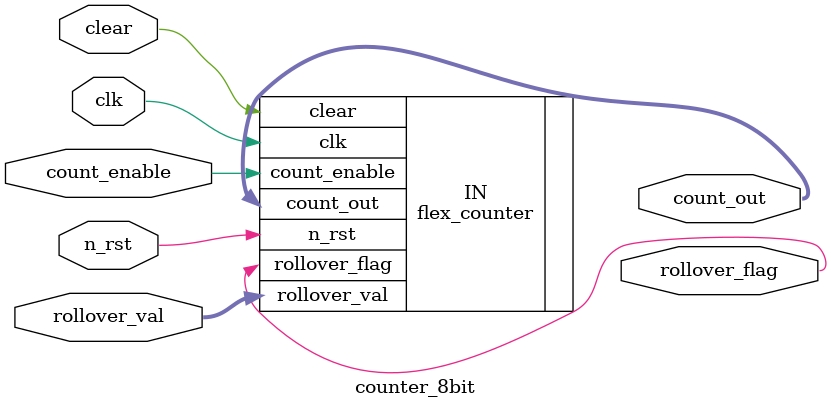
<source format=sv>

module counter_8bit
(
	input wire clk,
	input wire n_rst,
	input wire clear,
	input wire count_enable,
	input wire [7:0] rollover_val,
	output reg [7:0] count_out,
	output reg rollover_flag
);

	flex_counter #(8) IN (.clk(clk), .n_rst(n_rst), .clear(clear), .count_enable(count_enable),
			.rollover_val(rollover_val), .count_out(count_out), .rollover_flag(rollover_flag));

endmodule

</source>
